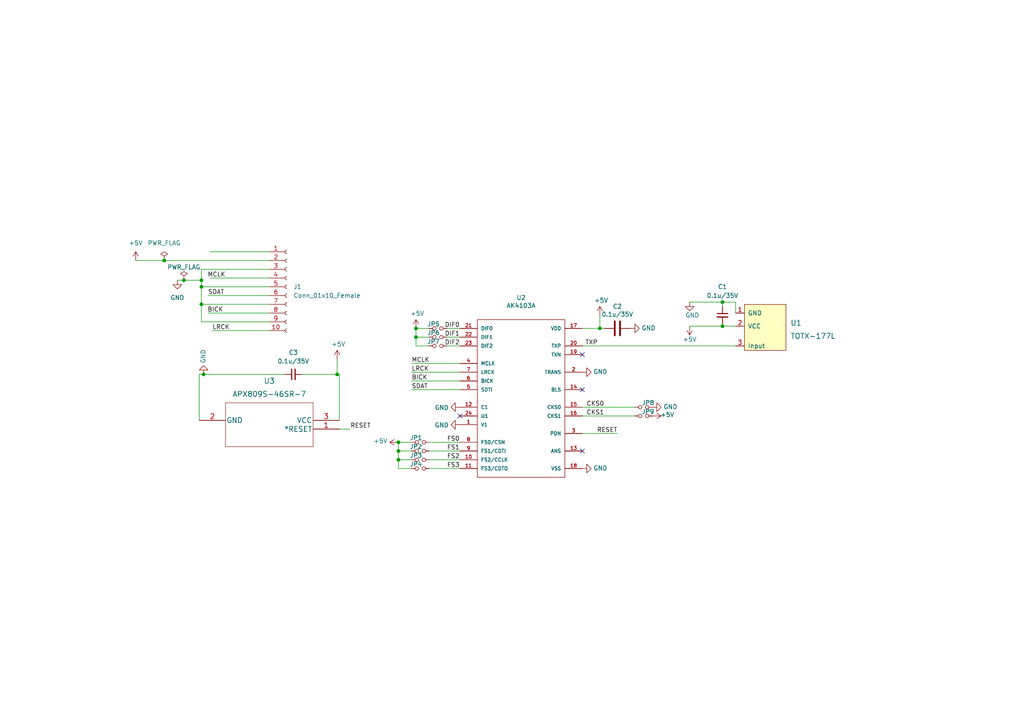
<source format=kicad_sch>
(kicad_sch (version 20211123) (generator eeschema)

  (uuid e63e39d7-6ac0-4ffd-8aa3-1841a4541b55)

  (paper "A4")

  (lib_symbols
    (symbol "APX809S:APX809S-46SR-7" (pin_names (offset 0.254)) (in_bom yes) (on_board yes)
      (property "Reference" "U" (id 0) (at 20.32 10.16 0)
        (effects (font (size 1.524 1.524)))
      )
      (property "Value" "APX809S-46SR-7" (id 1) (at 20.32 7.62 0)
        (effects (font (size 1.524 1.524)))
      )
      (property "Footprint" "APX809S:APX809S-46SA-7" (id 2) (at 20.32 6.096 0)
        (effects (font (size 1.524 1.524)) hide)
      )
      (property "Datasheet" "" (id 3) (at 0 0 0)
        (effects (font (size 1.524 1.524)))
      )
      (property "ki_fp_filters" "SOT23_DIO SOT23_DIO-M SOT23_DIO-L" (id 4) (at 0 0 0)
        (effects (font (size 1.27 1.27)) hide)
      )
      (symbol "APX809S-46SR-7_1_1"
        (polyline
          (pts
            (xy 7.62 -7.62)
            (xy 33.02 -7.62)
          )
          (stroke (width 0.127) (type default) (color 0 0 0 0))
          (fill (type none))
        )
        (polyline
          (pts
            (xy 7.62 5.08)
            (xy 7.62 -7.62)
          )
          (stroke (width 0.127) (type default) (color 0 0 0 0))
          (fill (type none))
        )
        (polyline
          (pts
            (xy 33.02 -7.62)
            (xy 33.02 5.08)
          )
          (stroke (width 0.127) (type default) (color 0 0 0 0))
          (fill (type none))
        )
        (polyline
          (pts
            (xy 33.02 5.08)
            (xy 7.62 5.08)
          )
          (stroke (width 0.127) (type default) (color 0 0 0 0))
          (fill (type none))
        )
        (pin output line (at 40.64 -2.54 180) (length 7.62)
          (name "*RESET" (effects (font (size 1.4986 1.4986))))
          (number "1" (effects (font (size 1.4986 1.4986))))
        )
        (pin power_in line (at 0 0 0) (length 7.62)
          (name "GND" (effects (font (size 1.4986 1.4986))))
          (number "2" (effects (font (size 1.4986 1.4986))))
        )
        (pin power_in line (at 40.64 0 180) (length 7.62)
          (name "VCC" (effects (font (size 1.4986 1.4986))))
          (number "3" (effects (font (size 1.4986 1.4986))))
        )
      )
    )
    (symbol "Connector:Conn_01x10_Female" (pin_names (offset 1.016) hide) (in_bom yes) (on_board yes)
      (property "Reference" "J" (id 0) (at 0 12.7 0)
        (effects (font (size 1.27 1.27)))
      )
      (property "Value" "Conn_01x10_Female" (id 1) (at 0 -15.24 0)
        (effects (font (size 1.27 1.27)))
      )
      (property "Footprint" "" (id 2) (at 0 0 0)
        (effects (font (size 1.27 1.27)) hide)
      )
      (property "Datasheet" "~" (id 3) (at 0 0 0)
        (effects (font (size 1.27 1.27)) hide)
      )
      (property "ki_keywords" "connector" (id 4) (at 0 0 0)
        (effects (font (size 1.27 1.27)) hide)
      )
      (property "ki_description" "Generic connector, single row, 01x10, script generated (kicad-library-utils/schlib/autogen/connector/)" (id 5) (at 0 0 0)
        (effects (font (size 1.27 1.27)) hide)
      )
      (property "ki_fp_filters" "Connector*:*_1x??_*" (id 6) (at 0 0 0)
        (effects (font (size 1.27 1.27)) hide)
      )
      (symbol "Conn_01x10_Female_1_1"
        (arc (start 0 -12.192) (mid -0.508 -12.7) (end 0 -13.208)
          (stroke (width 0.1524) (type default) (color 0 0 0 0))
          (fill (type none))
        )
        (arc (start 0 -9.652) (mid -0.508 -10.16) (end 0 -10.668)
          (stroke (width 0.1524) (type default) (color 0 0 0 0))
          (fill (type none))
        )
        (arc (start 0 -7.112) (mid -0.508 -7.62) (end 0 -8.128)
          (stroke (width 0.1524) (type default) (color 0 0 0 0))
          (fill (type none))
        )
        (arc (start 0 -4.572) (mid -0.508 -5.08) (end 0 -5.588)
          (stroke (width 0.1524) (type default) (color 0 0 0 0))
          (fill (type none))
        )
        (arc (start 0 -2.032) (mid -0.508 -2.54) (end 0 -3.048)
          (stroke (width 0.1524) (type default) (color 0 0 0 0))
          (fill (type none))
        )
        (polyline
          (pts
            (xy -1.27 -12.7)
            (xy -0.508 -12.7)
          )
          (stroke (width 0.1524) (type default) (color 0 0 0 0))
          (fill (type none))
        )
        (polyline
          (pts
            (xy -1.27 -10.16)
            (xy -0.508 -10.16)
          )
          (stroke (width 0.1524) (type default) (color 0 0 0 0))
          (fill (type none))
        )
        (polyline
          (pts
            (xy -1.27 -7.62)
            (xy -0.508 -7.62)
          )
          (stroke (width 0.1524) (type default) (color 0 0 0 0))
          (fill (type none))
        )
        (polyline
          (pts
            (xy -1.27 -5.08)
            (xy -0.508 -5.08)
          )
          (stroke (width 0.1524) (type default) (color 0 0 0 0))
          (fill (type none))
        )
        (polyline
          (pts
            (xy -1.27 -2.54)
            (xy -0.508 -2.54)
          )
          (stroke (width 0.1524) (type default) (color 0 0 0 0))
          (fill (type none))
        )
        (polyline
          (pts
            (xy -1.27 0)
            (xy -0.508 0)
          )
          (stroke (width 0.1524) (type default) (color 0 0 0 0))
          (fill (type none))
        )
        (polyline
          (pts
            (xy -1.27 2.54)
            (xy -0.508 2.54)
          )
          (stroke (width 0.1524) (type default) (color 0 0 0 0))
          (fill (type none))
        )
        (polyline
          (pts
            (xy -1.27 5.08)
            (xy -0.508 5.08)
          )
          (stroke (width 0.1524) (type default) (color 0 0 0 0))
          (fill (type none))
        )
        (polyline
          (pts
            (xy -1.27 7.62)
            (xy -0.508 7.62)
          )
          (stroke (width 0.1524) (type default) (color 0 0 0 0))
          (fill (type none))
        )
        (polyline
          (pts
            (xy -1.27 10.16)
            (xy -0.508 10.16)
          )
          (stroke (width 0.1524) (type default) (color 0 0 0 0))
          (fill (type none))
        )
        (arc (start 0 0.508) (mid -0.508 0) (end 0 -0.508)
          (stroke (width 0.1524) (type default) (color 0 0 0 0))
          (fill (type none))
        )
        (arc (start 0 3.048) (mid -0.508 2.54) (end 0 2.032)
          (stroke (width 0.1524) (type default) (color 0 0 0 0))
          (fill (type none))
        )
        (arc (start 0 5.588) (mid -0.508 5.08) (end 0 4.572)
          (stroke (width 0.1524) (type default) (color 0 0 0 0))
          (fill (type none))
        )
        (arc (start 0 8.128) (mid -0.508 7.62) (end 0 7.112)
          (stroke (width 0.1524) (type default) (color 0 0 0 0))
          (fill (type none))
        )
        (arc (start 0 10.668) (mid -0.508 10.16) (end 0 9.652)
          (stroke (width 0.1524) (type default) (color 0 0 0 0))
          (fill (type none))
        )
        (pin passive line (at -5.08 10.16 0) (length 3.81)
          (name "Pin_1" (effects (font (size 1.27 1.27))))
          (number "1" (effects (font (size 1.27 1.27))))
        )
        (pin passive line (at -5.08 -12.7 0) (length 3.81)
          (name "Pin_10" (effects (font (size 1.27 1.27))))
          (number "10" (effects (font (size 1.27 1.27))))
        )
        (pin passive line (at -5.08 7.62 0) (length 3.81)
          (name "Pin_2" (effects (font (size 1.27 1.27))))
          (number "2" (effects (font (size 1.27 1.27))))
        )
        (pin passive line (at -5.08 5.08 0) (length 3.81)
          (name "Pin_3" (effects (font (size 1.27 1.27))))
          (number "3" (effects (font (size 1.27 1.27))))
        )
        (pin passive line (at -5.08 2.54 0) (length 3.81)
          (name "Pin_4" (effects (font (size 1.27 1.27))))
          (number "4" (effects (font (size 1.27 1.27))))
        )
        (pin passive line (at -5.08 0 0) (length 3.81)
          (name "Pin_5" (effects (font (size 1.27 1.27))))
          (number "5" (effects (font (size 1.27 1.27))))
        )
        (pin passive line (at -5.08 -2.54 0) (length 3.81)
          (name "Pin_6" (effects (font (size 1.27 1.27))))
          (number "6" (effects (font (size 1.27 1.27))))
        )
        (pin passive line (at -5.08 -5.08 0) (length 3.81)
          (name "Pin_7" (effects (font (size 1.27 1.27))))
          (number "7" (effects (font (size 1.27 1.27))))
        )
        (pin passive line (at -5.08 -7.62 0) (length 3.81)
          (name "Pin_8" (effects (font (size 1.27 1.27))))
          (number "8" (effects (font (size 1.27 1.27))))
        )
        (pin passive line (at -5.08 -10.16 0) (length 3.81)
          (name "Pin_9" (effects (font (size 1.27 1.27))))
          (number "9" (effects (font (size 1.27 1.27))))
        )
      )
    )
    (symbol "Device:C" (pin_numbers hide) (pin_names (offset 0.254)) (in_bom yes) (on_board yes)
      (property "Reference" "C" (id 0) (at 0.635 2.54 0)
        (effects (font (size 1.27 1.27)) (justify left))
      )
      (property "Value" "C" (id 1) (at 0.635 -2.54 0)
        (effects (font (size 1.27 1.27)) (justify left))
      )
      (property "Footprint" "" (id 2) (at 0.9652 -3.81 0)
        (effects (font (size 1.27 1.27)) hide)
      )
      (property "Datasheet" "~" (id 3) (at 0 0 0)
        (effects (font (size 1.27 1.27)) hide)
      )
      (property "ki_keywords" "cap capacitor" (id 4) (at 0 0 0)
        (effects (font (size 1.27 1.27)) hide)
      )
      (property "ki_description" "Unpolarized capacitor" (id 5) (at 0 0 0)
        (effects (font (size 1.27 1.27)) hide)
      )
      (property "ki_fp_filters" "C_*" (id 6) (at 0 0 0)
        (effects (font (size 1.27 1.27)) hide)
      )
      (symbol "C_0_1"
        (polyline
          (pts
            (xy -2.032 -0.762)
            (xy 2.032 -0.762)
          )
          (stroke (width 0.508) (type default) (color 0 0 0 0))
          (fill (type none))
        )
        (polyline
          (pts
            (xy -2.032 0.762)
            (xy 2.032 0.762)
          )
          (stroke (width 0.508) (type default) (color 0 0 0 0))
          (fill (type none))
        )
      )
      (symbol "C_1_1"
        (pin passive line (at 0 3.81 270) (length 2.794)
          (name "~" (effects (font (size 1.27 1.27))))
          (number "1" (effects (font (size 1.27 1.27))))
        )
        (pin passive line (at 0 -3.81 90) (length 2.794)
          (name "~" (effects (font (size 1.27 1.27))))
          (number "2" (effects (font (size 1.27 1.27))))
        )
      )
    )
    (symbol "Device:C_Small" (pin_numbers hide) (pin_names (offset 0.254) hide) (in_bom yes) (on_board yes)
      (property "Reference" "C" (id 0) (at 0.254 1.778 0)
        (effects (font (size 1.27 1.27)) (justify left))
      )
      (property "Value" "C_Small" (id 1) (at 0.254 -2.032 0)
        (effects (font (size 1.27 1.27)) (justify left))
      )
      (property "Footprint" "" (id 2) (at 0 0 0)
        (effects (font (size 1.27 1.27)) hide)
      )
      (property "Datasheet" "~" (id 3) (at 0 0 0)
        (effects (font (size 1.27 1.27)) hide)
      )
      (property "ki_keywords" "capacitor cap" (id 4) (at 0 0 0)
        (effects (font (size 1.27 1.27)) hide)
      )
      (property "ki_description" "Unpolarized capacitor, small symbol" (id 5) (at 0 0 0)
        (effects (font (size 1.27 1.27)) hide)
      )
      (property "ki_fp_filters" "C_*" (id 6) (at 0 0 0)
        (effects (font (size 1.27 1.27)) hide)
      )
      (symbol "C_Small_0_1"
        (polyline
          (pts
            (xy -1.524 -0.508)
            (xy 1.524 -0.508)
          )
          (stroke (width 0.3302) (type default) (color 0 0 0 0))
          (fill (type none))
        )
        (polyline
          (pts
            (xy -1.524 0.508)
            (xy 1.524 0.508)
          )
          (stroke (width 0.3048) (type default) (color 0 0 0 0))
          (fill (type none))
        )
      )
      (symbol "C_Small_1_1"
        (pin passive line (at 0 2.54 270) (length 2.032)
          (name "~" (effects (font (size 1.27 1.27))))
          (number "1" (effects (font (size 1.27 1.27))))
        )
        (pin passive line (at 0 -2.54 90) (length 2.032)
          (name "~" (effects (font (size 1.27 1.27))))
          (number "2" (effects (font (size 1.27 1.27))))
        )
      )
    )
    (symbol "Device:Jumper_NO_Small" (pin_numbers hide) (pin_names (offset 0.762) hide) (in_bom yes) (on_board yes)
      (property "Reference" "JP" (id 0) (at 0 2.032 0)
        (effects (font (size 1.27 1.27)))
      )
      (property "Value" "Jumper_NO_Small" (id 1) (at 0.254 -1.524 0)
        (effects (font (size 1.27 1.27)))
      )
      (property "Footprint" "" (id 2) (at 0 0 0)
        (effects (font (size 1.27 1.27)) hide)
      )
      (property "Datasheet" "~" (id 3) (at 0 0 0)
        (effects (font (size 1.27 1.27)) hide)
      )
      (property "ki_keywords" "jumper link bridge NO" (id 4) (at 0 0 0)
        (effects (font (size 1.27 1.27)) hide)
      )
      (property "ki_description" "Jumper, normally open, small symbol" (id 5) (at 0 0 0)
        (effects (font (size 1.27 1.27)) hide)
      )
      (property "ki_fp_filters" "SolderJumper*Open* Jumper* TestPoint*2Pads* TestPoint*Bridge*" (id 6) (at 0 0 0)
        (effects (font (size 1.27 1.27)) hide)
      )
      (symbol "Jumper_NO_Small_0_1"
        (circle (center -1.016 0) (radius 0.508)
          (stroke (width 0) (type default) (color 0 0 0 0))
          (fill (type none))
        )
        (circle (center 1.016 0) (radius 0.508)
          (stroke (width 0) (type default) (color 0 0 0 0))
          (fill (type none))
        )
        (pin passive line (at -2.54 0 0) (length 1.016)
          (name "1" (effects (font (size 1.27 1.27))))
          (number "1" (effects (font (size 1.27 1.27))))
        )
        (pin passive line (at 2.54 0 180) (length 1.016)
          (name "2" (effects (font (size 1.27 1.27))))
          (number "2" (effects (font (size 1.27 1.27))))
        )
      )
    )
    (symbol "akm:AK4103A" (pin_names (offset 1.016)) (in_bom yes) (on_board yes)
      (property "Reference" "U" (id 0) (at -12.7 21.59 0)
        (effects (font (size 1.27 1.27)) (justify left bottom))
      )
      (property "Value" "AK4103A" (id 1) (at -12.7 -27.94 0)
        (effects (font (size 1.27 1.27)) (justify left bottom))
      )
      (property "Footprint" "Package_SO:TSSOP-24_6.1x7.8mm_P0.65mm" (id 2) (at 0 3.81 0)
        (effects (font (size 1.27 1.27)) hide)
      )
      (property "Datasheet" "" (id 3) (at 0 0 0)
        (effects (font (size 1.27 1.27)) hide)
      )
      (symbol "AK4103A_1_0"
        (polyline
          (pts
            (xy -12.7 -25.4)
            (xy -12.7 20.32)
          )
          (stroke (width 0) (type default) (color 0 0 0 0))
          (fill (type none))
        )
        (polyline
          (pts
            (xy -12.7 20.32)
            (xy 12.7 20.32)
          )
          (stroke (width 0) (type default) (color 0 0 0 0))
          (fill (type none))
        )
        (polyline
          (pts
            (xy 12.7 -25.4)
            (xy -12.7 -25.4)
          )
          (stroke (width 0) (type default) (color 0 0 0 0))
          (fill (type none))
        )
        (polyline
          (pts
            (xy 12.7 20.32)
            (xy 12.7 -25.4)
          )
          (stroke (width 0) (type default) (color 0 0 0 0))
          (fill (type none))
        )
      )
      (symbol "AK4103A_1_1"
        (pin input line (at -17.78 -10.16 0) (length 5.08)
          (name "V1" (effects (font (size 1.016 1.016))))
          (number "1" (effects (font (size 1.016 1.016))))
        )
        (pin bidirectional line (at -17.78 -20.32 0) (length 5.08)
          (name "FS2/CCLK" (effects (font (size 1.016 1.016))))
          (number "10" (effects (font (size 1.016 1.016))))
        )
        (pin bidirectional line (at -17.78 -22.86 0) (length 5.08)
          (name "FS3/CDTO" (effects (font (size 1.016 1.016))))
          (number "11" (effects (font (size 1.016 1.016))))
        )
        (pin input line (at -17.78 -5.08 0) (length 5.08)
          (name "C1" (effects (font (size 1.016 1.016))))
          (number "12" (effects (font (size 1.016 1.016))))
        )
        (pin bidirectional line (at 17.78 -17.78 180) (length 5.08)
          (name "ANS" (effects (font (size 1.016 1.016))))
          (number "13" (effects (font (size 1.016 1.016))))
        )
        (pin bidirectional line (at 17.78 0 180) (length 5.08)
          (name "BLS" (effects (font (size 1.016 1.016))))
          (number "14" (effects (font (size 1.016 1.016))))
        )
        (pin input line (at 17.78 -5.08 180) (length 5.08)
          (name "CKS0" (effects (font (size 1.016 1.016))))
          (number "15" (effects (font (size 1.016 1.016))))
        )
        (pin input line (at 17.78 -7.62 180) (length 5.08)
          (name "CKS1" (effects (font (size 1.016 1.016))))
          (number "16" (effects (font (size 1.016 1.016))))
        )
        (pin bidirectional line (at 17.78 17.78 180) (length 5.08)
          (name "VDD" (effects (font (size 1.016 1.016))))
          (number "17" (effects (font (size 1.016 1.016))))
        )
        (pin bidirectional line (at 17.78 -22.86 180) (length 5.08)
          (name "VSS" (effects (font (size 1.016 1.016))))
          (number "18" (effects (font (size 1.016 1.016))))
        )
        (pin output line (at 17.78 10.16 180) (length 5.08)
          (name "TXN" (effects (font (size 1.016 1.016))))
          (number "19" (effects (font (size 1.016 1.016))))
        )
        (pin input line (at 17.78 5.08 180) (length 5.08)
          (name "TRANS" (effects (font (size 1.016 1.016))))
          (number "2" (effects (font (size 1.016 1.016))))
        )
        (pin output line (at 17.78 12.7 180) (length 5.08)
          (name "TXP" (effects (font (size 1.016 1.016))))
          (number "20" (effects (font (size 1.016 1.016))))
        )
        (pin input line (at -17.78 17.78 0) (length 5.08)
          (name "DIF0" (effects (font (size 1.016 1.016))))
          (number "21" (effects (font (size 1.016 1.016))))
        )
        (pin input line (at -17.78 15.24 0) (length 5.08)
          (name "DIF1" (effects (font (size 1.016 1.016))))
          (number "22" (effects (font (size 1.016 1.016))))
        )
        (pin input line (at -17.78 12.7 0) (length 5.08)
          (name "DIF2" (effects (font (size 1.016 1.016))))
          (number "23" (effects (font (size 1.016 1.016))))
        )
        (pin input line (at -17.78 -7.62 0) (length 5.08)
          (name "U1" (effects (font (size 1.016 1.016))))
          (number "24" (effects (font (size 1.016 1.016))))
        )
        (pin input line (at 17.78 -12.7 180) (length 5.08)
          (name "PDN" (effects (font (size 1.016 1.016))))
          (number "3" (effects (font (size 1.016 1.016))))
        )
        (pin input line (at -17.78 7.62 0) (length 5.08)
          (name "MCLK" (effects (font (size 1.016 1.016))))
          (number "4" (effects (font (size 1.016 1.016))))
        )
        (pin input line (at -17.78 0 0) (length 5.08)
          (name "SDTI" (effects (font (size 1.016 1.016))))
          (number "5" (effects (font (size 1.016 1.016))))
        )
        (pin bidirectional line (at -17.78 2.54 0) (length 5.08)
          (name "BICK" (effects (font (size 1.016 1.016))))
          (number "6" (effects (font (size 1.016 1.016))))
        )
        (pin bidirectional line (at -17.78 5.08 0) (length 5.08)
          (name "LRCK" (effects (font (size 1.016 1.016))))
          (number "7" (effects (font (size 1.016 1.016))))
        )
        (pin bidirectional line (at -17.78 -15.24 0) (length 5.08)
          (name "FS0/CSN" (effects (font (size 1.016 1.016))))
          (number "8" (effects (font (size 1.016 1.016))))
        )
        (pin bidirectional line (at -17.78 -17.78 0) (length 5.08)
          (name "FS1/CDTI" (effects (font (size 1.016 1.016))))
          (number "9" (effects (font (size 1.016 1.016))))
        )
      )
    )
    (symbol "power:+5V" (power) (pin_names (offset 0)) (in_bom yes) (on_board yes)
      (property "Reference" "#PWR" (id 0) (at 0 -3.81 0)
        (effects (font (size 1.27 1.27)) hide)
      )
      (property "Value" "+5V" (id 1) (at 0 3.556 0)
        (effects (font (size 1.27 1.27)))
      )
      (property "Footprint" "" (id 2) (at 0 0 0)
        (effects (font (size 1.27 1.27)) hide)
      )
      (property "Datasheet" "" (id 3) (at 0 0 0)
        (effects (font (size 1.27 1.27)) hide)
      )
      (property "ki_keywords" "power-flag" (id 4) (at 0 0 0)
        (effects (font (size 1.27 1.27)) hide)
      )
      (property "ki_description" "Power symbol creates a global label with name \"+5V\"" (id 5) (at 0 0 0)
        (effects (font (size 1.27 1.27)) hide)
      )
      (symbol "+5V_0_1"
        (polyline
          (pts
            (xy -0.762 1.27)
            (xy 0 2.54)
          )
          (stroke (width 0) (type default) (color 0 0 0 0))
          (fill (type none))
        )
        (polyline
          (pts
            (xy 0 0)
            (xy 0 2.54)
          )
          (stroke (width 0) (type default) (color 0 0 0 0))
          (fill (type none))
        )
        (polyline
          (pts
            (xy 0 2.54)
            (xy 0.762 1.27)
          )
          (stroke (width 0) (type default) (color 0 0 0 0))
          (fill (type none))
        )
      )
      (symbol "+5V_1_1"
        (pin power_in line (at 0 0 90) (length 0) hide
          (name "+5V" (effects (font (size 1.27 1.27))))
          (number "1" (effects (font (size 1.27 1.27))))
        )
      )
    )
    (symbol "power:GND" (power) (pin_names (offset 0)) (in_bom yes) (on_board yes)
      (property "Reference" "#PWR" (id 0) (at 0 -6.35 0)
        (effects (font (size 1.27 1.27)) hide)
      )
      (property "Value" "GND" (id 1) (at 0 -3.81 0)
        (effects (font (size 1.27 1.27)))
      )
      (property "Footprint" "" (id 2) (at 0 0 0)
        (effects (font (size 1.27 1.27)) hide)
      )
      (property "Datasheet" "" (id 3) (at 0 0 0)
        (effects (font (size 1.27 1.27)) hide)
      )
      (property "ki_keywords" "power-flag" (id 4) (at 0 0 0)
        (effects (font (size 1.27 1.27)) hide)
      )
      (property "ki_description" "Power symbol creates a global label with name \"GND\" , ground" (id 5) (at 0 0 0)
        (effects (font (size 1.27 1.27)) hide)
      )
      (symbol "GND_0_1"
        (polyline
          (pts
            (xy 0 0)
            (xy 0 -1.27)
            (xy 1.27 -1.27)
            (xy 0 -2.54)
            (xy -1.27 -1.27)
            (xy 0 -1.27)
          )
          (stroke (width 0) (type default) (color 0 0 0 0))
          (fill (type none))
        )
      )
      (symbol "GND_1_1"
        (pin power_in line (at 0 0 270) (length 0) hide
          (name "GND" (effects (font (size 1.27 1.27))))
          (number "1" (effects (font (size 1.27 1.27))))
        )
      )
    )
    (symbol "power:PWR_FLAG" (power) (pin_numbers hide) (pin_names (offset 0) hide) (in_bom yes) (on_board yes)
      (property "Reference" "#FLG" (id 0) (at 0 1.905 0)
        (effects (font (size 1.27 1.27)) hide)
      )
      (property "Value" "PWR_FLAG" (id 1) (at 0 3.81 0)
        (effects (font (size 1.27 1.27)))
      )
      (property "Footprint" "" (id 2) (at 0 0 0)
        (effects (font (size 1.27 1.27)) hide)
      )
      (property "Datasheet" "~" (id 3) (at 0 0 0)
        (effects (font (size 1.27 1.27)) hide)
      )
      (property "ki_keywords" "power-flag" (id 4) (at 0 0 0)
        (effects (font (size 1.27 1.27)) hide)
      )
      (property "ki_description" "Special symbol for telling ERC where power comes from" (id 5) (at 0 0 0)
        (effects (font (size 1.27 1.27)) hide)
      )
      (symbol "PWR_FLAG_0_0"
        (pin power_out line (at 0 0 90) (length 0)
          (name "pwr" (effects (font (size 1.27 1.27))))
          (number "1" (effects (font (size 1.27 1.27))))
        )
      )
      (symbol "PWR_FLAG_0_1"
        (polyline
          (pts
            (xy 0 0)
            (xy 0 1.27)
            (xy -1.016 1.905)
            (xy 0 2.54)
            (xy 1.016 1.905)
            (xy 0 1.27)
          )
          (stroke (width 0) (type default) (color 0 0 0 0))
          (fill (type none))
        )
      )
    )
    (symbol "selfmade:totx177" (pin_names (offset 1.016)) (in_bom yes) (on_board yes)
      (property "Reference" "U" (id 0) (at -1.27 5.08 0)
        (effects (font (size 1.524 1.524)))
      )
      (property "Value" "totx177" (id 1) (at -4.445 -0.635 90)
        (effects (font (size 1.524 1.524)))
      )
      (property "Footprint" "footprints:Toshiba_TOTX177" (id 2) (at -1.27 1.905 0)
        (effects (font (size 1.524 1.524)) hide)
      )
      (property "Datasheet" "" (id 3) (at -1.27 1.905 0)
        (effects (font (size 1.524 1.524)) hide)
      )
      (symbol "totx177_0_1"
        (rectangle (start -5.715 5.715) (end 6.35 -7.62)
          (stroke (width 0) (type default) (color 0 0 0 0))
          (fill (type background))
        )
      )
      (symbol "totx177_1_1"
        (pin input line (at 8.89 3.175 180) (length 2.54)
          (name "GND" (effects (font (size 1.27 1.27))))
          (number "1" (effects (font (size 1.27 1.27))))
        )
        (pin input line (at 8.89 -0.635 180) (length 2.54)
          (name "VCC" (effects (font (size 1.27 1.27))))
          (number "2" (effects (font (size 1.27 1.27))))
        )
        (pin input line (at 8.89 -6.35 180) (length 2.54)
          (name "Input" (effects (font (size 1.27 1.27))))
          (number "3" (effects (font (size 1.27 1.27))))
        )
      )
    )
  )

  (junction (at 173.99 95.25) (diameter 0) (color 0 0 0 0)
    (uuid 08a7c925-7fae-4530-b0c9-120e185cb318)
  )
  (junction (at 58.42 88.265) (diameter 0) (color 0 0 0 0)
    (uuid 1416f46f-efcf-4c99-81af-d39cf81f2652)
  )
  (junction (at 209.55 87.63) (diameter 0) (color 0 0 0 0)
    (uuid 1c28384a-8c83-41cd-adf0-1b94e2269d34)
  )
  (junction (at 47.625 75.565) (diameter 0) (color 0 0 0 0)
    (uuid 33cf8393-12ad-4d32-b046-a9f92b419cdb)
  )
  (junction (at 58.42 81.28) (diameter 0) (color 0 0 0 0)
    (uuid 38c40dcc-c1da-4f6f-a147-01497313c7b0)
  )
  (junction (at 115.57 128.27) (diameter 0) (color 0 0 0 0)
    (uuid 673a003e-8db1-4940-9bbe-8d3171dc63d8)
  )
  (junction (at 115.57 130.81) (diameter 0) (color 0 0 0 0)
    (uuid 6fc498e9-dbdc-4b6e-837d-f01c622fed1a)
  )
  (junction (at 97.79 108.585) (diameter 0) (color 0 0 0 0)
    (uuid 7abde92a-1f9c-4fef-907e-b4a91016ec1c)
  )
  (junction (at 53.34 81.28) (diameter 0) (color 0 0 0 0)
    (uuid 90b5a430-ba57-43ad-a0e2-496170af0c4f)
  )
  (junction (at 59.055 108.585) (diameter 0) (color 0 0 0 0)
    (uuid ad5f1fcf-0f14-41b5-84fc-bb6a19958f8b)
  )
  (junction (at 58.42 83.185) (diameter 0) (color 0 0 0 0)
    (uuid ad8c2a20-27d0-4e2a-aabf-44a509bf342a)
  )
  (junction (at 115.57 133.35) (diameter 0) (color 0 0 0 0)
    (uuid c6880c0d-0077-4507-8ecc-40eabad18077)
  )
  (junction (at 120.65 95.25) (diameter 0) (color 0 0 0 0)
    (uuid c7d97c99-d8ff-449b-bbe4-3900855c128c)
  )
  (junction (at 120.65 97.79) (diameter 0) (color 0 0 0 0)
    (uuid c85aa48a-0fb9-424f-ae93-af15bd84a4ff)
  )
  (junction (at 209.55 94.615) (diameter 0) (color 0 0 0 0)
    (uuid cee43032-87a2-41c2-bedd-2d90443c9c0c)
  )

  (no_connect (at 133.35 120.65) (uuid 53a9e473-5a4e-457b-a886-d97da566fa9d))
  (no_connect (at 168.91 113.03) (uuid c4c7714c-2833-4796-a64e-3123a2efd2b8))
  (no_connect (at 168.91 130.81) (uuid e0fa4cff-a57c-412c-9039-878a3e0b7e89))
  (no_connect (at 168.91 102.87) (uuid f9002227-a65a-4d68-9326-1468d9ee86dc))

  (wire (pts (xy 47.625 75.565) (xy 78.105 75.565))
    (stroke (width 0) (type default) (color 0 0 0 0))
    (uuid 098a8407-cb75-4379-a694-65a64d739020)
  )
  (wire (pts (xy 120.65 95.25) (xy 124.46 95.25))
    (stroke (width 0) (type solid) (color 0 0 0 0))
    (uuid 09a1bc1c-24a5-4740-a726-ca09cb8093cf)
  )
  (wire (pts (xy 60.96 73.025) (xy 78.105 73.025))
    (stroke (width 0) (type default) (color 0 0 0 0))
    (uuid 0fa42326-3fa2-4523-b403-e582e228b584)
  )
  (wire (pts (xy 115.57 128.27) (xy 119.38 128.27))
    (stroke (width 0) (type solid) (color 0 0 0 0))
    (uuid 12506e31-5301-40e4-86a3-8ddb4dd6e50e)
  )
  (wire (pts (xy 115.57 128.27) (xy 115.57 130.81))
    (stroke (width 0) (type solid) (color 0 0 0 0))
    (uuid 14a4f56f-3e70-4359-9171-1f40ebb9073e)
  )
  (wire (pts (xy 124.46 100.33) (xy 120.65 100.33))
    (stroke (width 0) (type solid) (color 0 0 0 0))
    (uuid 19c6f9cd-e6da-4423-a38e-e6e8c150c934)
  )
  (wire (pts (xy 120.65 95.25) (xy 120.65 97.79))
    (stroke (width 0) (type solid) (color 0 0 0 0))
    (uuid 1a20a2b0-fde6-4673-99eb-19326298f7a5)
  )
  (wire (pts (xy 51.435 81.28) (xy 53.34 81.28))
    (stroke (width 0) (type default) (color 0 0 0 0))
    (uuid 22312754-c8c2-4400-b598-394e06b2be81)
  )
  (wire (pts (xy 119.38 135.89) (xy 115.57 135.89))
    (stroke (width 0) (type solid) (color 0 0 0 0))
    (uuid 2497109f-64f5-4773-bcf3-90c5d9486de3)
  )
  (wire (pts (xy 129.54 97.79) (xy 133.35 97.79))
    (stroke (width 0) (type solid) (color 0 0 0 0))
    (uuid 2587dca7-27fa-4d50-b932-a58ad4dd7a0c)
  )
  (wire (pts (xy 129.54 95.25) (xy 133.35 95.25))
    (stroke (width 0) (type solid) (color 0 0 0 0))
    (uuid 299cfe36-b728-4a8c-b536-eafaea45f82f)
  )
  (wire (pts (xy 97.79 104.14) (xy 97.79 108.585))
    (stroke (width 0) (type default) (color 0 0 0 0))
    (uuid 3269dd3e-03e4-49a7-97c0-b5565dd67fc6)
  )
  (wire (pts (xy 213.36 87.63) (xy 209.55 87.63))
    (stroke (width 0) (type default) (color 0 0 0 0))
    (uuid 32fb6c3f-03d9-4125-a747-67d2a7c1c194)
  )
  (wire (pts (xy 200.025 87.63) (xy 209.55 87.63))
    (stroke (width 0) (type default) (color 0 0 0 0))
    (uuid 35dedb81-daf6-40f3-a1ce-999b43c57d4f)
  )
  (wire (pts (xy 58.42 83.185) (xy 58.42 88.265))
    (stroke (width 0) (type default) (color 0 0 0 0))
    (uuid 3eff8f32-349a-4846-b484-abdc036c7174)
  )
  (wire (pts (xy 213.36 87.63) (xy 213.36 90.805))
    (stroke (width 0) (type default) (color 0 0 0 0))
    (uuid 4071e098-7dce-43f8-81b8-467954d42c59)
  )
  (wire (pts (xy 124.46 133.35) (xy 133.35 133.35))
    (stroke (width 0) (type solid) (color 0 0 0 0))
    (uuid 467a36b8-cd50-4ff1-8fbd-c0df51e80731)
  )
  (wire (pts (xy 78.105 93.345) (xy 58.42 93.345))
    (stroke (width 0) (type default) (color 0 0 0 0))
    (uuid 532cb9ef-7fac-483b-aaf5-b83d764d0176)
  )
  (wire (pts (xy 184.15 118.11) (xy 168.91 118.11))
    (stroke (width 0) (type solid) (color 0 0 0 0))
    (uuid 55478eaa-c9a5-4e9c-8f87-112ddd5d14a2)
  )
  (wire (pts (xy 98.425 108.585) (xy 97.79 108.585))
    (stroke (width 0) (type default) (color 0 0 0 0))
    (uuid 60772d09-c1a2-4573-81cb-dbab70bc1bf6)
  )
  (wire (pts (xy 168.91 100.33) (xy 213.36 100.33))
    (stroke (width 0) (type default) (color 0 0 0 0))
    (uuid 61a7dc78-ecee-4b3c-84a9-1e84cbb0e1e2)
  )
  (wire (pts (xy 173.99 95.25) (xy 175.26 95.25))
    (stroke (width 0) (type solid) (color 0 0 0 0))
    (uuid 6284122b-79c3-4e04-925e-3d32cc3ec077)
  )
  (wire (pts (xy 119.38 110.49) (xy 133.35 110.49))
    (stroke (width 0) (type solid) (color 0 0 0 0))
    (uuid 6595b9c7-02ee-4647-bde5-6b566e35163e)
  )
  (wire (pts (xy 78.105 83.185) (xy 58.42 83.185))
    (stroke (width 0) (type default) (color 0 0 0 0))
    (uuid 666dc23c-d707-448f-841d-377a6e08a250)
  )
  (wire (pts (xy 173.99 91.44) (xy 173.99 95.25))
    (stroke (width 0) (type solid) (color 0 0 0 0))
    (uuid 67763d19-f622-4e1e-81e5-5b24da7c3f99)
  )
  (wire (pts (xy 115.57 133.35) (xy 115.57 130.81))
    (stroke (width 0) (type solid) (color 0 0 0 0))
    (uuid 6c26b129-ee7f-49e0-adb6-6c32ee6aeb9e)
  )
  (wire (pts (xy 59.055 108.585) (xy 82.55 108.585))
    (stroke (width 0) (type default) (color 0 0 0 0))
    (uuid 7887b2ad-f9c7-4c7d-bd3f-1fb4a7fb0c1d)
  )
  (wire (pts (xy 60.325 90.805) (xy 78.105 90.805))
    (stroke (width 0) (type default) (color 0 0 0 0))
    (uuid 79e1811e-908a-4ac6-a9ea-8cf4bbc9a51d)
  )
  (wire (pts (xy 98.425 121.92) (xy 98.425 108.585))
    (stroke (width 0) (type default) (color 0 0 0 0))
    (uuid 7ec5994a-f36f-4617-8a2e-47478097e3ab)
  )
  (wire (pts (xy 168.91 125.73) (xy 179.07 125.73))
    (stroke (width 0) (type solid) (color 0 0 0 0))
    (uuid 84e5506c-143e-495f-9aa4-d3a71622f213)
  )
  (wire (pts (xy 60.325 85.725) (xy 78.105 85.725))
    (stroke (width 0) (type default) (color 0 0 0 0))
    (uuid 92786ddd-53cc-4458-af25-eb5a2b46154e)
  )
  (wire (pts (xy 58.42 81.28) (xy 58.42 83.185))
    (stroke (width 0) (type default) (color 0 0 0 0))
    (uuid 9b26d003-7efb-405a-8332-1a189f9d4920)
  )
  (wire (pts (xy 124.46 135.89) (xy 133.35 135.89))
    (stroke (width 0) (type solid) (color 0 0 0 0))
    (uuid 9fa1233d-5743-44a9-a838-e6e62928489a)
  )
  (wire (pts (xy 39.37 75.565) (xy 47.625 75.565))
    (stroke (width 0) (type default) (color 0 0 0 0))
    (uuid a824d812-bec6-4789-8048-bc09d0c00386)
  )
  (wire (pts (xy 57.785 108.585) (xy 59.055 108.585))
    (stroke (width 0) (type default) (color 0 0 0 0))
    (uuid ab9050dc-c7c2-4de0-a0b5-95df5986feaf)
  )
  (wire (pts (xy 60.96 80.645) (xy 78.105 80.645))
    (stroke (width 0) (type default) (color 0 0 0 0))
    (uuid b09870ad-8985-4a1c-a7b1-3acb9a1b9282)
  )
  (wire (pts (xy 119.38 105.41) (xy 133.35 105.41))
    (stroke (width 0) (type solid) (color 0 0 0 0))
    (uuid b1c649b1-f44d-46c7-9dea-818e75a1b87e)
  )
  (wire (pts (xy 120.65 97.79) (xy 124.46 97.79))
    (stroke (width 0) (type solid) (color 0 0 0 0))
    (uuid b56d0c39-fe77-4265-829c-3c8be8072953)
  )
  (wire (pts (xy 119.38 113.03) (xy 133.35 113.03))
    (stroke (width 0) (type solid) (color 0 0 0 0))
    (uuid b7199d9b-bebb-4100-9ad3-c2bd31e21d65)
  )
  (wire (pts (xy 115.57 130.81) (xy 119.38 130.81))
    (stroke (width 0) (type solid) (color 0 0 0 0))
    (uuid b7dce427-9fdc-4136-9a43-856fd17bccfc)
  )
  (wire (pts (xy 124.46 130.81) (xy 133.35 130.81))
    (stroke (width 0) (type solid) (color 0 0 0 0))
    (uuid b98e69ad-8692-4d69-94cb-403056b2ac0b)
  )
  (wire (pts (xy 209.55 93.98) (xy 209.55 94.615))
    (stroke (width 0) (type default) (color 0 0 0 0))
    (uuid ba06aef6-a461-4287-8006-7fde5b509ac6)
  )
  (wire (pts (xy 184.15 120.65) (xy 168.91 120.65))
    (stroke (width 0) (type solid) (color 0 0 0 0))
    (uuid bc3c3c64-4178-4940-8471-367cbed13e11)
  )
  (wire (pts (xy 78.105 88.265) (xy 58.42 88.265))
    (stroke (width 0) (type default) (color 0 0 0 0))
    (uuid c1518dae-2aaf-4360-9028-98a626546353)
  )
  (wire (pts (xy 58.42 78.105) (xy 58.42 81.28))
    (stroke (width 0) (type default) (color 0 0 0 0))
    (uuid c25b90aa-c787-46a1-8b80-e5b9fd45039a)
  )
  (wire (pts (xy 58.42 88.265) (xy 58.42 93.345))
    (stroke (width 0) (type default) (color 0 0 0 0))
    (uuid c2a5cbbc-a316-4826-81b8-a34d52b5eb58)
  )
  (wire (pts (xy 209.55 94.615) (xy 213.36 94.615))
    (stroke (width 0) (type default) (color 0 0 0 0))
    (uuid c839dff4-5955-41b9-8c06-2075044f8f44)
  )
  (wire (pts (xy 115.57 135.89) (xy 115.57 133.35))
    (stroke (width 0) (type solid) (color 0 0 0 0))
    (uuid d0021c7c-5711-41c9-99f9-8ec2e4bdda22)
  )
  (wire (pts (xy 61.595 95.885) (xy 78.105 95.885))
    (stroke (width 0) (type default) (color 0 0 0 0))
    (uuid d1dfde70-d9fc-446f-93d2-31e0ac9baaa9)
  )
  (wire (pts (xy 57.785 121.92) (xy 57.785 108.585))
    (stroke (width 0) (type default) (color 0 0 0 0))
    (uuid d7b59b98-3ccf-44b7-89ce-2e2e6f1c102f)
  )
  (wire (pts (xy 200.025 94.615) (xy 209.55 94.615))
    (stroke (width 0) (type default) (color 0 0 0 0))
    (uuid dd337697-805c-45b0-bfb1-73e1887b606e)
  )
  (wire (pts (xy 58.42 78.105) (xy 78.105 78.105))
    (stroke (width 0) (type default) (color 0 0 0 0))
    (uuid e2743b78-cc59-458c-8fb0-4238f348a49f)
  )
  (wire (pts (xy 120.65 100.33) (xy 120.65 97.79))
    (stroke (width 0) (type solid) (color 0 0 0 0))
    (uuid e2cbdc31-2c52-4834-b025-7fbf8cdd4674)
  )
  (wire (pts (xy 97.79 108.585) (xy 87.63 108.585))
    (stroke (width 0) (type default) (color 0 0 0 0))
    (uuid e3395d4e-3710-49c6-bdcc-f3f7bef8ab69)
  )
  (wire (pts (xy 53.34 81.28) (xy 58.42 81.28))
    (stroke (width 0) (type default) (color 0 0 0 0))
    (uuid e5cddf81-8bb3-4c99-884c-c06998950842)
  )
  (wire (pts (xy 129.54 100.33) (xy 133.35 100.33))
    (stroke (width 0) (type solid) (color 0 0 0 0))
    (uuid e81db781-616c-40b4-a090-7e01a098fd8d)
  )
  (wire (pts (xy 101.6 124.46) (xy 98.425 124.46))
    (stroke (width 0) (type default) (color 0 0 0 0))
    (uuid f254bec8-12f7-4f2d-b7ab-89530350ed4b)
  )
  (wire (pts (xy 119.38 107.95) (xy 133.35 107.95))
    (stroke (width 0) (type solid) (color 0 0 0 0))
    (uuid f3628265-0155-43e2-a467-c40ff783e265)
  )
  (wire (pts (xy 168.91 95.25) (xy 173.99 95.25))
    (stroke (width 0) (type solid) (color 0 0 0 0))
    (uuid f40d350f-0d3e-4f8a-b004-d950f2f8f1ba)
  )
  (wire (pts (xy 124.46 128.27) (xy 133.35 128.27))
    (stroke (width 0) (type solid) (color 0 0 0 0))
    (uuid f70af89b-4315-4b84-9f98-27efd4475c35)
  )
  (wire (pts (xy 119.38 133.35) (xy 115.57 133.35))
    (stroke (width 0) (type solid) (color 0 0 0 0))
    (uuid f7baed06-ed2a-46e4-b513-0e5fd0ecf747)
  )
  (wire (pts (xy 209.55 87.63) (xy 209.55 88.9))
    (stroke (width 0) (type default) (color 0 0 0 0))
    (uuid fdeb079b-a5e3-48ff-a526-6b2bab2e7a24)
  )

  (label "CKS1" (at 175.26 120.65 180)
    (effects (font (size 1.27 1.27)) (justify right bottom))
    (uuid 05892fc5-42b9-4826-8c15-0f2f0e8b78c9)
  )
  (label "MCLK" (at 65.405 80.645 180)
    (effects (font (size 1.27 1.27)) (justify right bottom))
    (uuid 136ded61-8d97-4e47-931f-77369da3d9e2)
  )
  (label "BICK" (at 64.77 90.805 180)
    (effects (font (size 1.27 1.27)) (justify right bottom))
    (uuid 20deef19-f716-4500-976e-638ecbf64886)
  )
  (label "FS0" (at 133.35 128.27 180)
    (effects (font (size 1.27 1.27)) (justify right bottom))
    (uuid 33572393-098d-44fe-a3f2-150298640c59)
  )
  (label "DIF1" (at 133.35 97.79 180)
    (effects (font (size 1.27 1.27)) (justify right bottom))
    (uuid 37a32482-4705-4506-9cfb-1b442777669a)
  )
  (label "FS1" (at 133.35 130.81 180)
    (effects (font (size 1.27 1.27)) (justify right bottom))
    (uuid 37de7cc7-4cb0-4432-a5ea-de397d9ede40)
  )
  (label "TXP" (at 173.355 100.33 180)
    (effects (font (size 1.27 1.27)) (justify right bottom))
    (uuid 382ca670-6ae8-4de6-90f9-f241d1337171)
  )
  (label "FS2" (at 133.35 133.35 180)
    (effects (font (size 1.27 1.27)) (justify right bottom))
    (uuid 3fe2f89e-1c4d-4e60-b4d9-84ad581f2e35)
  )
  (label "FS3" (at 133.35 135.89 180)
    (effects (font (size 1.27 1.27)) (justify right bottom))
    (uuid 562b9692-9826-4aa1-8160-27a18623e176)
  )
  (label "RESET" (at 179.07 125.73 180)
    (effects (font (size 1.27 1.27)) (justify right bottom))
    (uuid 5cf2db29-f7ab-499a-9907-cdeba64bf0f3)
  )
  (label "RESET" (at 101.6 124.46 0)
    (effects (font (size 1.27 1.27)) (justify left bottom))
    (uuid 70d2ce44-f815-45de-b419-892e2aa0103e)
  )
  (label "MCLK" (at 119.38 105.41 0)
    (effects (font (size 1.27 1.27)) (justify left bottom))
    (uuid 7982b0aa-ef8e-47f9-a2a9-295924d921de)
  )
  (label "LRCK" (at 61.595 95.885 0)
    (effects (font (size 1.27 1.27)) (justify left bottom))
    (uuid 81de052a-45bb-4994-b66d-309f7191acc9)
  )
  (label "BICK" (at 119.38 110.49 0)
    (effects (font (size 1.27 1.27)) (justify left bottom))
    (uuid 9b3c58a7-a9b9-4498-abc0-f9f43e4f0292)
  )
  (label "DIF0" (at 133.35 95.25 180)
    (effects (font (size 1.27 1.27)) (justify right bottom))
    (uuid b0ccddf5-9c5a-4931-a6ea-9d069c524e31)
  )
  (label "LRCK" (at 119.38 107.95 0)
    (effects (font (size 1.27 1.27)) (justify left bottom))
    (uuid c094494a-f6f7-43fc-a007-4951484ddf3a)
  )
  (label "SDAT" (at 60.325 85.725 0)
    (effects (font (size 1.27 1.27)) (justify left bottom))
    (uuid cb5eb8e7-f7ba-4f62-8bfe-a6dd2b84605e)
  )
  (label "CKS0" (at 175.26 118.11 180)
    (effects (font (size 1.27 1.27)) (justify right bottom))
    (uuid dc462ec9-3501-428a-857a-b6fbd96ec577)
  )
  (label "DIF2" (at 133.35 100.33 180)
    (effects (font (size 1.27 1.27)) (justify right bottom))
    (uuid e02c25ea-1909-4ef1-a16c-3a3661950f0e)
  )
  (label "SDAT" (at 119.38 113.03 0)
    (effects (font (size 1.27 1.27)) (justify left bottom))
    (uuid e40e8cef-4fb0-4fc3-be09-3875b2cc8469)
  )

  (symbol (lib_id "Connector:Conn_01x10_Female") (at 83.185 83.185 0) (unit 1)
    (in_bom yes) (on_board yes) (fields_autoplaced)
    (uuid 01106a52-6b7d-40fd-b165-c927be1f6a1d)
    (property "Reference" "J1" (id 0) (at 85.09 83.1849 0)
      (effects (font (size 1.27 1.27)) (justify left))
    )
    (property "Value" "Conn_01x10_Female" (id 1) (at 85.09 85.7249 0)
      (effects (font (size 1.27 1.27)) (justify left))
    )
    (property "Footprint" "Connector_JST:JST_PH_B10B-PH-K_1x10_P2.00mm_Vertical" (id 2) (at 83.185 83.185 0)
      (effects (font (size 1.27 1.27)) hide)
    )
    (property "Datasheet" "~" (id 3) (at 83.185 83.185 0)
      (effects (font (size 1.27 1.27)) hide)
    )
    (pin "1" (uuid 37e43d63-cb41-40f8-97c4-4ee588727924))
    (pin "10" (uuid 9fb044e3-00d4-4901-9cd7-c364c152358f))
    (pin "2" (uuid 69cceaac-6f1b-4182-8e1c-91402953f92a))
    (pin "3" (uuid e96432f3-c6ee-4cdc-892b-eb9f8e5ebd05))
    (pin "4" (uuid 478afa34-e0e2-4584-885c-121c8a802996))
    (pin "5" (uuid 3785db90-bbe9-4018-bab6-3a4673f84f27))
    (pin "6" (uuid e8e23712-f080-4685-ae22-9028780f7b13))
    (pin "7" (uuid a65cad0c-0ef1-4ea5-a965-4eae7ac1f6af))
    (pin "8" (uuid 082621c8-b51d-48fd-937c-afceb255b94e))
    (pin "9" (uuid 728dda43-38f9-4d13-b2a9-59e599c86d99))
  )

  (symbol (lib_id "akm:AK4103A") (at 151.13 113.03 0) (unit 1)
    (in_bom yes) (on_board yes)
    (uuid 04debc0c-4080-4717-aef8-9a800102db0a)
    (property "Reference" "U2" (id 0) (at 151.13 86.3282 0))
    (property "Value" "AK4103A" (id 1) (at 151.13 88.6269 0))
    (property "Footprint" "Package_SO:TSSOP-24_6.1x7.8mm_P0.65mm" (id 2) (at 151.13 90.9256 0)
      (effects (font (size 1.27 1.27)) hide)
    )
    (property "Datasheet" "" (id 3) (at 151.13 113.03 0)
      (effects (font (size 1.27 1.27)) hide)
    )
    (pin "1" (uuid 7ac1ccc5-26c5-4b73-8425-7bbec927bf24))
    (pin "10" (uuid 26296271-780a-4da9-8e69-910d9240bca1))
    (pin "11" (uuid 1a7e7b16-fc7c-4e64-9ace-48cc78112437))
    (pin "12" (uuid 173fd4a7-b485-4e9d-8724-470865466784))
    (pin "13" (uuid 96ee9b8e-4543-4639-b9ea-44b8baaaf94e))
    (pin "14" (uuid bab3431c-ede6-417b-8033-763748a11a9f))
    (pin "15" (uuid 5f059fcf-8990-4db3-9058-7f232d9600e1))
    (pin "16" (uuid 6a25c4e1-7129-430c-892b-6eecb6ffdb47))
    (pin "17" (uuid d8f24303-7e52-49a9-9e82-8d60c3aaa009))
    (pin "18" (uuid fcb4f52a-a6cb-4ca0-970a-4c8a2c0f3942))
    (pin "19" (uuid a08c061a-7f5b-4909-b673-0d0a59a012a3))
    (pin "2" (uuid 6a1ae8ee-dea6-4015-b83e-baf8fcdfaf0f))
    (pin "20" (uuid 5cc7655c-62f2-43d2-a7a5-eaa4635dada8))
    (pin "21" (uuid 8efe6411-1919-4082-b5b8-393585e068c8))
    (pin "22" (uuid 4e7a230a-c1a4-4455-81ee-277835acf4a2))
    (pin "23" (uuid 2bbd6c26-4114-4518-8f4a-c6fdadc046b6))
    (pin "24" (uuid 51f5536d-48d2-4807-be44-93f427952b0e))
    (pin "3" (uuid fe4068b9-89da-4c59-ba51-b5949772f5d8))
    (pin "4" (uuid 92574e8a-729f-48de-afcb-97b4f5e826f8))
    (pin "5" (uuid b6924901-677d-424a-a3f4-52c8dd1fa5f5))
    (pin "6" (uuid 41ab46ed-40f5-461d-81aa-1f02dc069a49))
    (pin "7" (uuid d8d71ad3-6fd1-4a98-9c1f-70c4fbf3d1d1))
    (pin "8" (uuid 105d44ff-63b9-4299-9078-473af583971a))
    (pin "9" (uuid 341e67eb-d5e1-4cb7-9d11-5aa4ab832a2a))
  )

  (symbol (lib_id "Device:C_Small") (at 209.55 91.44 0) (mirror y) (unit 1)
    (in_bom yes) (on_board yes)
    (uuid 10cc2e51-50b0-4331-8e90-6b91463bc461)
    (property "Reference" "C1" (id 0) (at 209.55 83.185 0))
    (property "Value" "0.1u/35V" (id 1) (at 209.55 85.725 0))
    (property "Footprint" "Capacitor_SMD:C_0805_2012Metric_Pad1.18x1.45mm_HandSolder" (id 2) (at 209.55 91.44 0)
      (effects (font (size 1.27 1.27)) hide)
    )
    (property "Datasheet" "~" (id 3) (at 209.55 91.44 0)
      (effects (font (size 1.27 1.27)) hide)
    )
    (pin "1" (uuid a8e9d38d-d1dd-4ad6-a3a6-58692cada605))
    (pin "2" (uuid 017ec342-bf65-42fd-a9a0-81a794174c30))
  )

  (symbol (lib_id "power:GND") (at 182.88 95.25 90) (unit 1)
    (in_bom yes) (on_board yes)
    (uuid 1e00b6f0-ddd9-4ba1-9545-6bad63a72b18)
    (property "Reference" "#PWR0107" (id 0) (at 189.23 95.25 0)
      (effects (font (size 1.27 1.27)) hide)
    )
    (property "Value" "GND" (id 1) (at 186.0551 95.1357 90)
      (effects (font (size 1.27 1.27)) (justify right))
    )
    (property "Footprint" "" (id 2) (at 182.88 95.25 0)
      (effects (font (size 1.27 1.27)) hide)
    )
    (property "Datasheet" "" (id 3) (at 182.88 95.25 0)
      (effects (font (size 1.27 1.27)) hide)
    )
    (pin "1" (uuid 7d2422a2-6679-4b2f-b253-47eef0da2414))
  )

  (symbol (lib_id "Device:Jumper_NO_Small") (at 186.69 118.11 0) (mirror y) (unit 1)
    (in_bom yes) (on_board yes)
    (uuid 247e8880-b50c-4bac-a3ae-aa2cc94bbcf0)
    (property "Reference" "JP8" (id 0) (at 187.96 116.84 0))
    (property "Value" "Jumper_NO_Small" (id 1) (at 186.69 115.817 0)
      (effects (font (size 1.27 1.27)) hide)
    )
    (property "Footprint" "Capacitor_SMD:C_0402_1005Metric_Pad0.74x0.62mm_HandSolder" (id 2) (at 186.69 118.11 0)
      (effects (font (size 1.27 1.27)) hide)
    )
    (property "Datasheet" "~" (id 3) (at 186.69 118.11 0)
      (effects (font (size 1.27 1.27)) hide)
    )
    (pin "1" (uuid c82ebd1e-1733-40a9-9cdf-3586ac729e38))
    (pin "2" (uuid 38f266f8-7517-4870-bd78-754934e837ce))
  )

  (symbol (lib_id "power:GND") (at 168.91 107.95 90) (unit 1)
    (in_bom yes) (on_board yes)
    (uuid 286a2fe5-fa63-401e-8b5b-12f1d7182d49)
    (property "Reference" "#PWR0112" (id 0) (at 175.26 107.95 0)
      (effects (font (size 1.27 1.27)) hide)
    )
    (property "Value" "GND" (id 1) (at 172.0851 107.8357 90)
      (effects (font (size 1.27 1.27)) (justify right))
    )
    (property "Footprint" "" (id 2) (at 168.91 107.95 0)
      (effects (font (size 1.27 1.27)) hide)
    )
    (property "Datasheet" "" (id 3) (at 168.91 107.95 0)
      (effects (font (size 1.27 1.27)) hide)
    )
    (pin "1" (uuid 3273ec61-4a33-41c2-82bf-cde7c8587c1b))
  )

  (symbol (lib_id "Device:Jumper_NO_Small") (at 186.69 120.65 0) (mirror y) (unit 1)
    (in_bom yes) (on_board yes)
    (uuid 37543327-f55c-47a5-be4f-be3728d086ad)
    (property "Reference" "JP9" (id 0) (at 187.96 119.38 0))
    (property "Value" "Jumper_NO_Small" (id 1) (at 186.69 118.357 0)
      (effects (font (size 1.27 1.27)) hide)
    )
    (property "Footprint" "Capacitor_SMD:C_0402_1005Metric_Pad0.74x0.62mm_HandSolder" (id 2) (at 186.69 120.65 0)
      (effects (font (size 1.27 1.27)) hide)
    )
    (property "Datasheet" "~" (id 3) (at 186.69 120.65 0)
      (effects (font (size 1.27 1.27)) hide)
    )
    (pin "1" (uuid 9ee914d5-3551-4e48-9673-733fb972eb30))
    (pin "2" (uuid b4f722f5-9680-4262-ac24-3639311b5f26))
  )

  (symbol (lib_id "power:GND") (at 189.23 118.11 90) (unit 1)
    (in_bom yes) (on_board yes)
    (uuid 3c9eb7c4-6875-4e84-847c-62ce829fb4a6)
    (property "Reference" "#PWR0108" (id 0) (at 195.58 118.11 0)
      (effects (font (size 1.27 1.27)) hide)
    )
    (property "Value" "GND" (id 1) (at 192.4051 117.9957 90)
      (effects (font (size 1.27 1.27)) (justify right))
    )
    (property "Footprint" "" (id 2) (at 189.23 118.11 0)
      (effects (font (size 1.27 1.27)) hide)
    )
    (property "Datasheet" "" (id 3) (at 189.23 118.11 0)
      (effects (font (size 1.27 1.27)) hide)
    )
    (pin "1" (uuid 9ceaf39b-ca17-45e9-a987-4db44ca3aee0))
  )

  (symbol (lib_id "Device:Jumper_NO_Small") (at 121.92 135.89 0) (unit 1)
    (in_bom yes) (on_board yes)
    (uuid 403ba7e0-b5b1-4327-a5da-6174f6e31677)
    (property "Reference" "JP4" (id 0) (at 120.65 134.62 0))
    (property "Value" "Jumper_NO_Small" (id 1) (at 121.92 133.597 0)
      (effects (font (size 1.27 1.27)) hide)
    )
    (property "Footprint" "Capacitor_SMD:C_0402_1005Metric_Pad0.74x0.62mm_HandSolder" (id 2) (at 121.92 135.89 0)
      (effects (font (size 1.27 1.27)) hide)
    )
    (property "Datasheet" "~" (id 3) (at 121.92 135.89 0)
      (effects (font (size 1.27 1.27)) hide)
    )
    (pin "1" (uuid 94fa2225-eb5b-40a6-ac8f-24a5b07ece5c))
    (pin "2" (uuid 502ddedf-049b-4866-b23a-74aec83425f7))
  )

  (symbol (lib_id "power:GND") (at 133.35 118.11 270) (unit 1)
    (in_bom yes) (on_board yes)
    (uuid 4dfb92a4-56e5-4b3a-9197-4002edeae444)
    (property "Reference" "#PWR0111" (id 0) (at 127 118.11 0)
      (effects (font (size 1.27 1.27)) hide)
    )
    (property "Value" "GND" (id 1) (at 130.1749 118.2243 90)
      (effects (font (size 1.27 1.27)) (justify right))
    )
    (property "Footprint" "" (id 2) (at 133.35 118.11 0)
      (effects (font (size 1.27 1.27)) hide)
    )
    (property "Datasheet" "" (id 3) (at 133.35 118.11 0)
      (effects (font (size 1.27 1.27)) hide)
    )
    (pin "1" (uuid 5a889284-4c9f-49be-8f02-e43e18550914))
  )

  (symbol (lib_id "power:GND") (at 51.435 81.28 0) (unit 1)
    (in_bom yes) (on_board yes) (fields_autoplaced)
    (uuid 50cd7dd2-4ee6-4ead-a8d7-6798eb55f8db)
    (property "Reference" "#PWR0105" (id 0) (at 51.435 87.63 0)
      (effects (font (size 1.27 1.27)) hide)
    )
    (property "Value" "GND" (id 1) (at 51.435 86.36 0))
    (property "Footprint" "" (id 2) (at 51.435 81.28 0)
      (effects (font (size 1.27 1.27)) hide)
    )
    (property "Datasheet" "" (id 3) (at 51.435 81.28 0)
      (effects (font (size 1.27 1.27)) hide)
    )
    (pin "1" (uuid 5da519c8-016f-4f2c-843d-d8fc54aa43f1))
  )

  (symbol (lib_id "Device:C_Small") (at 85.09 108.585 90) (mirror x) (unit 1)
    (in_bom yes) (on_board yes)
    (uuid 6163b631-b159-47b8-b51e-80be2eb24c7b)
    (property "Reference" "C3" (id 0) (at 85.09 102.235 90))
    (property "Value" "0.1u/35V" (id 1) (at 85.09 104.775 90))
    (property "Footprint" "Capacitor_SMD:C_0805_2012Metric_Pad1.18x1.45mm_HandSolder" (id 2) (at 85.09 108.585 0)
      (effects (font (size 1.27 1.27)) hide)
    )
    (property "Datasheet" "~" (id 3) (at 85.09 108.585 0)
      (effects (font (size 1.27 1.27)) hide)
    )
    (pin "1" (uuid 9d2e7ef0-e28c-4119-a889-0d66dd4a80c3))
    (pin "2" (uuid 88c190a6-16e3-48db-83d0-7b6611027f1e))
  )

  (symbol (lib_id "power:+5V") (at 189.23 120.65 270) (mirror x) (unit 1)
    (in_bom yes) (on_board yes)
    (uuid 6a6cd96a-2b54-48f0-a34f-c2333a4b9a9d)
    (property "Reference" "#PWR0109" (id 0) (at 185.42 120.65 0)
      (effects (font (size 1.27 1.27)) hide)
    )
    (property "Value" "+5V" (id 1) (at 193.5544 120.2817 90))
    (property "Footprint" "" (id 2) (at 189.23 120.65 0)
      (effects (font (size 1.27 1.27)) hide)
    )
    (property "Datasheet" "" (id 3) (at 189.23 120.65 0)
      (effects (font (size 1.27 1.27)) hide)
    )
    (pin "1" (uuid 451cdb9a-d613-4d2f-8cda-b9c14c9cee75))
  )

  (symbol (lib_id "power:PWR_FLAG") (at 47.625 75.565 0) (unit 1)
    (in_bom yes) (on_board yes) (fields_autoplaced)
    (uuid 6b1a2a7c-5cca-46a5-9f28-c7f3c1b24f9a)
    (property "Reference" "#FLG0101" (id 0) (at 47.625 73.66 0)
      (effects (font (size 1.27 1.27)) hide)
    )
    (property "Value" "PWR_FLAG" (id 1) (at 47.625 70.485 0))
    (property "Footprint" "" (id 2) (at 47.625 75.565 0)
      (effects (font (size 1.27 1.27)) hide)
    )
    (property "Datasheet" "~" (id 3) (at 47.625 75.565 0)
      (effects (font (size 1.27 1.27)) hide)
    )
    (pin "1" (uuid 14967d46-bfbc-40b3-a10f-2775a27ef5ad))
  )

  (symbol (lib_id "power:GND") (at 133.35 123.19 270) (unit 1)
    (in_bom yes) (on_board yes)
    (uuid 6fa05153-0167-4b10-b6fb-ac9032665420)
    (property "Reference" "#PWR09" (id 0) (at 127 123.19 0)
      (effects (font (size 1.27 1.27)) hide)
    )
    (property "Value" "GND" (id 1) (at 130.1749 123.3043 90)
      (effects (font (size 1.27 1.27)) (justify right))
    )
    (property "Footprint" "" (id 2) (at 133.35 123.19 0)
      (effects (font (size 1.27 1.27)) hide)
    )
    (property "Datasheet" "" (id 3) (at 133.35 123.19 0)
      (effects (font (size 1.27 1.27)) hide)
    )
    (pin "1" (uuid eb1b2aa2-a3cc-4a96-87ec-70fcae365f0f))
  )

  (symbol (lib_id "selfmade:totx177") (at 222.25 93.98 0) (mirror y) (unit 1)
    (in_bom yes) (on_board yes) (fields_autoplaced)
    (uuid 827e08b4-e65f-4e14-95ac-524ec991f7af)
    (property "Reference" "U1" (id 0) (at 229.235 93.6625 0)
      (effects (font (size 1.524 1.524)) (justify right))
    )
    (property "Value" "TOTX-177L" (id 1) (at 229.235 97.4725 0)
      (effects (font (size 1.524 1.524)) (justify right))
    )
    (property "Footprint" "footprints:Toshiba_TOTX177" (id 2) (at 223.52 92.075 0)
      (effects (font (size 1.524 1.524)) hide)
    )
    (property "Datasheet" "" (id 3) (at 223.52 92.075 0)
      (effects (font (size 1.524 1.524)) hide)
    )
    (pin "1" (uuid fe70beb6-5a5d-44ad-9cb0-b8140f5733f6))
    (pin "2" (uuid 805ce00c-043c-48c3-9591-0dcf4c786b27))
    (pin "3" (uuid 55c9bbbb-4bdc-4fc3-88fa-29053f477fa5))
  )

  (symbol (lib_id "power:GND") (at 59.055 108.585 180) (unit 1)
    (in_bom yes) (on_board yes)
    (uuid 87f96aed-c2f4-45df-be31-e068cb5e4f1c)
    (property "Reference" "#PWR01" (id 0) (at 59.055 102.235 0)
      (effects (font (size 1.27 1.27)) hide)
    )
    (property "Value" "GND" (id 1) (at 58.9407 105.4099 90)
      (effects (font (size 1.27 1.27)) (justify right))
    )
    (property "Footprint" "" (id 2) (at 59.055 108.585 0)
      (effects (font (size 1.27 1.27)) hide)
    )
    (property "Datasheet" "" (id 3) (at 59.055 108.585 0)
      (effects (font (size 1.27 1.27)) hide)
    )
    (pin "1" (uuid 2cf2d786-4a18-4589-b140-ec7c133e9ab7))
  )

  (symbol (lib_id "power:PWR_FLAG") (at 53.34 81.28 0) (unit 1)
    (in_bom yes) (on_board yes)
    (uuid 8d936772-f6fa-4d42-bb01-ee988a455edf)
    (property "Reference" "#FLG0102" (id 0) (at 53.34 79.375 0)
      (effects (font (size 1.27 1.27)) hide)
    )
    (property "Value" "PWR_FLAG" (id 1) (at 53.34 77.47 0))
    (property "Footprint" "" (id 2) (at 53.34 81.28 0)
      (effects (font (size 1.27 1.27)) hide)
    )
    (property "Datasheet" "~" (id 3) (at 53.34 81.28 0)
      (effects (font (size 1.27 1.27)) hide)
    )
    (pin "1" (uuid e0aabe4a-ed50-419d-9781-f8a9ebaa7d82))
  )

  (symbol (lib_id "power:+5V") (at 173.99 91.44 0) (unit 1)
    (in_bom yes) (on_board yes)
    (uuid 8e1bf491-3d27-4187-838c-198fb49bfc42)
    (property "Reference" "#PWR0104" (id 0) (at 173.99 95.25 0)
      (effects (font (size 1.27 1.27)) hide)
    )
    (property "Value" "+5V" (id 1) (at 174.3583 87.1156 0))
    (property "Footprint" "" (id 2) (at 173.99 91.44 0)
      (effects (font (size 1.27 1.27)) hide)
    )
    (property "Datasheet" "" (id 3) (at 173.99 91.44 0)
      (effects (font (size 1.27 1.27)) hide)
    )
    (pin "1" (uuid 3bb9c3d4-9a6f-41ac-8d1e-92ed4fe334c0))
  )

  (symbol (lib_id "power:+5V") (at 97.79 104.14 0) (unit 1)
    (in_bom yes) (on_board yes)
    (uuid 9483f277-ba4b-4a90-8a24-6a8af6b58318)
    (property "Reference" "#PWR02" (id 0) (at 97.79 107.95 0)
      (effects (font (size 1.27 1.27)) hide)
    )
    (property "Value" "+5V" (id 1) (at 98.1583 99.8156 0))
    (property "Footprint" "" (id 2) (at 97.79 104.14 0)
      (effects (font (size 1.27 1.27)) hide)
    )
    (property "Datasheet" "" (id 3) (at 97.79 104.14 0)
      (effects (font (size 1.27 1.27)) hide)
    )
    (pin "1" (uuid e5db242d-a4fd-4c61-9cf3-dbbc05f6f93a))
  )

  (symbol (lib_id "Device:C") (at 179.07 95.25 270) (unit 1)
    (in_bom yes) (on_board yes)
    (uuid 94bc1406-7b89-4767-b44d-59c48e810678)
    (property "Reference" "C2" (id 0) (at 179.07 88.8808 90))
    (property "Value" "0.1u/35V" (id 1) (at 179.07 91.1795 90))
    (property "Footprint" "Capacitor_SMD:C_0805_2012Metric_Pad1.18x1.45mm_HandSolder" (id 2) (at 175.26 96.2152 0)
      (effects (font (size 1.27 1.27)) hide)
    )
    (property "Datasheet" "~" (id 3) (at 179.07 95.25 0)
      (effects (font (size 1.27 1.27)) hide)
    )
    (pin "1" (uuid 7ce4aab5-8271-4432-a4b1-bff168293b45))
    (pin "2" (uuid 24fd922c-d488-4d61-b6dc-9d3e359ccc82))
  )

  (symbol (lib_id "Device:Jumper_NO_Small") (at 121.92 128.27 0) (unit 1)
    (in_bom yes) (on_board yes)
    (uuid 9645fdbc-abbb-4422-938b-7ae720c720cd)
    (property "Reference" "JP1" (id 0) (at 120.65 127 0))
    (property "Value" "Jumper_NO_Small" (id 1) (at 121.92 125.977 0)
      (effects (font (size 1.27 1.27)) hide)
    )
    (property "Footprint" "Capacitor_SMD:C_0402_1005Metric_Pad0.74x0.62mm_HandSolder" (id 2) (at 121.92 128.27 0)
      (effects (font (size 1.27 1.27)) hide)
    )
    (property "Datasheet" "~" (id 3) (at 121.92 128.27 0)
      (effects (font (size 1.27 1.27)) hide)
    )
    (pin "1" (uuid c260a5e0-2e2f-4b16-b4eb-f1ca28703281))
    (pin "2" (uuid 872075c9-5c16-42ab-b17c-486caa303668))
  )

  (symbol (lib_id "power:GND") (at 200.025 87.63 0) (mirror y) (unit 1)
    (in_bom yes) (on_board yes)
    (uuid 999b1b0c-bdf7-432c-8447-0cf5d1a2742c)
    (property "Reference" "#PWR0102" (id 0) (at 200.025 93.98 0)
      (effects (font (size 1.27 1.27)) hide)
    )
    (property "Value" "GND" (id 1) (at 198.755 91.44 0)
      (effects (font (size 1.27 1.27)) (justify right))
    )
    (property "Footprint" "" (id 2) (at 200.025 87.63 0)
      (effects (font (size 1.27 1.27)) hide)
    )
    (property "Datasheet" "" (id 3) (at 200.025 87.63 0)
      (effects (font (size 1.27 1.27)) hide)
    )
    (pin "1" (uuid a96b1b73-2941-4683-84a7-e4b68285e2bc))
  )

  (symbol (lib_id "power:GND") (at 168.91 135.89 90) (unit 1)
    (in_bom yes) (on_board yes)
    (uuid a341d8f1-0f9a-4f15-a44d-69ed966b1ad6)
    (property "Reference" "#PWR0116" (id 0) (at 175.26 135.89 0)
      (effects (font (size 1.27 1.27)) hide)
    )
    (property "Value" "GND" (id 1) (at 172.0851 135.7757 90)
      (effects (font (size 1.27 1.27)) (justify right))
    )
    (property "Footprint" "" (id 2) (at 168.91 135.89 0)
      (effects (font (size 1.27 1.27)) hide)
    )
    (property "Datasheet" "" (id 3) (at 168.91 135.89 0)
      (effects (font (size 1.27 1.27)) hide)
    )
    (pin "1" (uuid 5c1d6842-15a5-4f73-b198-8836681840a1))
  )

  (symbol (lib_id "Device:Jumper_NO_Small") (at 121.92 130.81 0) (unit 1)
    (in_bom yes) (on_board yes)
    (uuid b1346417-e015-4c51-859a-e9b261fe792d)
    (property "Reference" "JP2" (id 0) (at 120.65 129.54 0))
    (property "Value" "Jumper_NO_Small" (id 1) (at 121.92 128.517 0)
      (effects (font (size 1.27 1.27)) hide)
    )
    (property "Footprint" "Capacitor_SMD:C_0402_1005Metric_Pad0.74x0.62mm_HandSolder" (id 2) (at 121.92 130.81 0)
      (effects (font (size 1.27 1.27)) hide)
    )
    (property "Datasheet" "~" (id 3) (at 121.92 130.81 0)
      (effects (font (size 1.27 1.27)) hide)
    )
    (pin "1" (uuid 30d7b69a-d49c-4c8a-adb2-b84842255b03))
    (pin "2" (uuid 5215aa1f-faf8-4a98-86ba-d3faff103a5d))
  )

  (symbol (lib_id "Device:Jumper_NO_Small") (at 127 100.33 0) (unit 1)
    (in_bom yes) (on_board yes)
    (uuid b3b3c277-e03d-4fdd-865a-189a23fa97a4)
    (property "Reference" "JP7" (id 0) (at 125.73 99.06 0))
    (property "Value" "Jumper_NO_Small" (id 1) (at 127 98.037 0)
      (effects (font (size 1.27 1.27)) hide)
    )
    (property "Footprint" "Capacitor_SMD:C_0402_1005Metric_Pad0.74x0.62mm_HandSolder" (id 2) (at 127 100.33 0)
      (effects (font (size 1.27 1.27)) hide)
    )
    (property "Datasheet" "~" (id 3) (at 127 100.33 0)
      (effects (font (size 1.27 1.27)) hide)
    )
    (pin "1" (uuid de63dcbb-5254-44ac-97e4-5f07104edd92))
    (pin "2" (uuid 4d3271e5-424e-4966-ad34-de3dbdc4dbc6))
  )

  (symbol (lib_id "power:+5V") (at 200.025 94.615 0) (mirror x) (unit 1)
    (in_bom yes) (on_board yes)
    (uuid c07ca70e-8d5c-43f5-a020-41f14672ad82)
    (property "Reference" "#PWR0101" (id 0) (at 200.025 90.805 0)
      (effects (font (size 1.27 1.27)) hide)
    )
    (property "Value" "+5V" (id 1) (at 200.025 98.425 0))
    (property "Footprint" "" (id 2) (at 200.025 94.615 0)
      (effects (font (size 1.27 1.27)) hide)
    )
    (property "Datasheet" "" (id 3) (at 200.025 94.615 0)
      (effects (font (size 1.27 1.27)) hide)
    )
    (pin "1" (uuid e9fbf331-66a5-4c43-8553-9b243d736f59))
  )

  (symbol (lib_id "power:+5V") (at 120.65 95.25 0) (unit 1)
    (in_bom yes) (on_board yes)
    (uuid ceba2f30-d7f4-4382-abc9-e346e852b5bc)
    (property "Reference" "#PWR0110" (id 0) (at 120.65 99.06 0)
      (effects (font (size 1.27 1.27)) hide)
    )
    (property "Value" "+5V" (id 1) (at 121.0183 90.9256 0))
    (property "Footprint" "" (id 2) (at 120.65 95.25 0)
      (effects (font (size 1.27 1.27)) hide)
    )
    (property "Datasheet" "" (id 3) (at 120.65 95.25 0)
      (effects (font (size 1.27 1.27)) hide)
    )
    (pin "1" (uuid 07c5d7c3-a5a1-4efa-bb91-7b4baabd31d5))
  )

  (symbol (lib_id "Device:Jumper_NO_Small") (at 121.92 133.35 0) (unit 1)
    (in_bom yes) (on_board yes)
    (uuid d7212ad4-316b-40f3-9c06-07346762ef64)
    (property "Reference" "JP3" (id 0) (at 120.65 132.08 0))
    (property "Value" "Jumper_NO_Small" (id 1) (at 121.92 131.057 0)
      (effects (font (size 1.27 1.27)) hide)
    )
    (property "Footprint" "Capacitor_SMD:C_0402_1005Metric_Pad0.74x0.62mm_HandSolder" (id 2) (at 121.92 133.35 0)
      (effects (font (size 1.27 1.27)) hide)
    )
    (property "Datasheet" "~" (id 3) (at 121.92 133.35 0)
      (effects (font (size 1.27 1.27)) hide)
    )
    (pin "1" (uuid f8ef768b-4185-42d9-9688-338fba41c6f8))
    (pin "2" (uuid d2c9ac3e-6a8a-4d9b-988e-79963ae34060))
  )

  (symbol (lib_id "Device:Jumper_NO_Small") (at 127 97.79 0) (unit 1)
    (in_bom yes) (on_board yes)
    (uuid d8911209-0c1f-4b57-a645-21a9ba693021)
    (property "Reference" "JP6" (id 0) (at 125.73 96.52 0))
    (property "Value" "Jumper_NO_Small" (id 1) (at 127 95.497 0)
      (effects (font (size 1.27 1.27)) hide)
    )
    (property "Footprint" "Capacitor_SMD:C_0402_1005Metric_Pad0.74x0.62mm_HandSolder" (id 2) (at 127 97.79 0)
      (effects (font (size 1.27 1.27)) hide)
    )
    (property "Datasheet" "~" (id 3) (at 127 97.79 0)
      (effects (font (size 1.27 1.27)) hide)
    )
    (pin "1" (uuid 8deb5a91-4fbb-44d6-9379-e64bfadc82c7))
    (pin "2" (uuid 8787d974-423d-43e0-811a-6dae54b4ee26))
  )

  (symbol (lib_id "APX809S:APX809S-46SR-7") (at 57.785 121.92 0) (unit 1)
    (in_bom yes) (on_board yes) (fields_autoplaced)
    (uuid dc8fe5a7-ccb3-45b5-a637-48af9f79d36d)
    (property "Reference" "U3" (id 0) (at 78.105 110.49 0)
      (effects (font (size 1.524 1.524)))
    )
    (property "Value" "APX809S-46SR-7" (id 1) (at 78.105 114.3 0)
      (effects (font (size 1.524 1.524)))
    )
    (property "Footprint" "Package_TO_SOT_SMD:SOT-23_Handsoldering" (id 2) (at 78.105 115.824 0)
      (effects (font (size 1.524 1.524)) hide)
    )
    (property "Datasheet" "" (id 3) (at 57.785 121.92 0)
      (effects (font (size 1.524 1.524)))
    )
    (pin "1" (uuid 41bd4377-e28c-462b-805b-323405f61620))
    (pin "2" (uuid 24e68b94-c62e-4422-bcb8-c2e0e48933c3))
    (pin "3" (uuid 472eb691-90bc-435c-aea5-4c903799b7e7))
  )

  (symbol (lib_id "Device:Jumper_NO_Small") (at 127 95.25 0) (unit 1)
    (in_bom yes) (on_board yes)
    (uuid fa38e958-5cef-411d-9ea5-b0cc94633034)
    (property "Reference" "JP5" (id 0) (at 125.73 93.98 0))
    (property "Value" "Jumper_NO_Small" (id 1) (at 127 92.957 0)
      (effects (font (size 1.27 1.27)) hide)
    )
    (property "Footprint" "Capacitor_SMD:C_0402_1005Metric_Pad0.74x0.62mm_HandSolder" (id 2) (at 127 95.25 0)
      (effects (font (size 1.27 1.27)) hide)
    )
    (property "Datasheet" "~" (id 3) (at 127 95.25 0)
      (effects (font (size 1.27 1.27)) hide)
    )
    (pin "1" (uuid 387bb094-b8d8-4a41-bdb0-af02cab0b1c5))
    (pin "2" (uuid 739327f8-b529-44be-b736-afebaefe5e22))
  )

  (symbol (lib_id "power:+5V") (at 115.57 128.27 90) (unit 1)
    (in_bom yes) (on_board yes)
    (uuid fafdd485-c5f1-4d06-9e31-f5c7dcf2bc4b)
    (property "Reference" "#PWR0106" (id 0) (at 119.38 128.27 0)
      (effects (font (size 1.27 1.27)) hide)
    )
    (property "Value" "+5V" (id 1) (at 112.395 127.9017 90)
      (effects (font (size 1.27 1.27)) (justify left))
    )
    (property "Footprint" "" (id 2) (at 115.57 128.27 0)
      (effects (font (size 1.27 1.27)) hide)
    )
    (property "Datasheet" "" (id 3) (at 115.57 128.27 0)
      (effects (font (size 1.27 1.27)) hide)
    )
    (pin "1" (uuid 4566b05a-7f7e-47dc-8920-f043cad5d7f5))
  )

  (symbol (lib_id "power:+5V") (at 39.37 75.565 0) (unit 1)
    (in_bom yes) (on_board yes) (fields_autoplaced)
    (uuid fc892e26-c3db-40cc-a8e8-335d5f7f739b)
    (property "Reference" "#PWR0103" (id 0) (at 39.37 79.375 0)
      (effects (font (size 1.27 1.27)) hide)
    )
    (property "Value" "+5V" (id 1) (at 39.37 70.485 0))
    (property "Footprint" "" (id 2) (at 39.37 75.565 0)
      (effects (font (size 1.27 1.27)) hide)
    )
    (property "Datasheet" "" (id 3) (at 39.37 75.565 0)
      (effects (font (size 1.27 1.27)) hide)
    )
    (pin "1" (uuid 7849501b-b942-426e-8e26-1fa870c8993c))
  )

  (sheet_instances
    (path "/" (page "1"))
  )

  (symbol_instances
    (path "/6b1a2a7c-5cca-46a5-9f28-c7f3c1b24f9a"
      (reference "#FLG0101") (unit 1) (value "PWR_FLAG") (footprint "")
    )
    (path "/8d936772-f6fa-4d42-bb01-ee988a455edf"
      (reference "#FLG0102") (unit 1) (value "PWR_FLAG") (footprint "")
    )
    (path "/87f96aed-c2f4-45df-be31-e068cb5e4f1c"
      (reference "#PWR01") (unit 1) (value "GND") (footprint "")
    )
    (path "/9483f277-ba4b-4a90-8a24-6a8af6b58318"
      (reference "#PWR02") (unit 1) (value "+5V") (footprint "")
    )
    (path "/6fa05153-0167-4b10-b6fb-ac9032665420"
      (reference "#PWR09") (unit 1) (value "GND") (footprint "")
    )
    (path "/c07ca70e-8d5c-43f5-a020-41f14672ad82"
      (reference "#PWR0101") (unit 1) (value "+5V") (footprint "")
    )
    (path "/999b1b0c-bdf7-432c-8447-0cf5d1a2742c"
      (reference "#PWR0102") (unit 1) (value "GND") (footprint "")
    )
    (path "/fc892e26-c3db-40cc-a8e8-335d5f7f739b"
      (reference "#PWR0103") (unit 1) (value "+5V") (footprint "")
    )
    (path "/8e1bf491-3d27-4187-838c-198fb49bfc42"
      (reference "#PWR0104") (unit 1) (value "+5V") (footprint "")
    )
    (path "/50cd7dd2-4ee6-4ead-a8d7-6798eb55f8db"
      (reference "#PWR0105") (unit 1) (value "GND") (footprint "")
    )
    (path "/fafdd485-c5f1-4d06-9e31-f5c7dcf2bc4b"
      (reference "#PWR0106") (unit 1) (value "+5V") (footprint "")
    )
    (path "/1e00b6f0-ddd9-4ba1-9545-6bad63a72b18"
      (reference "#PWR0107") (unit 1) (value "GND") (footprint "")
    )
    (path "/3c9eb7c4-6875-4e84-847c-62ce829fb4a6"
      (reference "#PWR0108") (unit 1) (value "GND") (footprint "")
    )
    (path "/6a6cd96a-2b54-48f0-a34f-c2333a4b9a9d"
      (reference "#PWR0109") (unit 1) (value "+5V") (footprint "")
    )
    (path "/ceba2f30-d7f4-4382-abc9-e346e852b5bc"
      (reference "#PWR0110") (unit 1) (value "+5V") (footprint "")
    )
    (path "/4dfb92a4-56e5-4b3a-9197-4002edeae444"
      (reference "#PWR0111") (unit 1) (value "GND") (footprint "")
    )
    (path "/286a2fe5-fa63-401e-8b5b-12f1d7182d49"
      (reference "#PWR0112") (unit 1) (value "GND") (footprint "")
    )
    (path "/a341d8f1-0f9a-4f15-a44d-69ed966b1ad6"
      (reference "#PWR0116") (unit 1) (value "GND") (footprint "")
    )
    (path "/10cc2e51-50b0-4331-8e90-6b91463bc461"
      (reference "C1") (unit 1) (value "0.1u/35V") (footprint "Capacitor_SMD:C_0805_2012Metric_Pad1.18x1.45mm_HandSolder")
    )
    (path "/94bc1406-7b89-4767-b44d-59c48e810678"
      (reference "C2") (unit 1) (value "0.1u/35V") (footprint "Capacitor_SMD:C_0805_2012Metric_Pad1.18x1.45mm_HandSolder")
    )
    (path "/6163b631-b159-47b8-b51e-80be2eb24c7b"
      (reference "C3") (unit 1) (value "0.1u/35V") (footprint "Capacitor_SMD:C_0805_2012Metric_Pad1.18x1.45mm_HandSolder")
    )
    (path "/01106a52-6b7d-40fd-b165-c927be1f6a1d"
      (reference "J1") (unit 1) (value "Conn_01x10_Female") (footprint "Connector_JST:JST_PH_B10B-PH-K_1x10_P2.00mm_Vertical")
    )
    (path "/9645fdbc-abbb-4422-938b-7ae720c720cd"
      (reference "JP1") (unit 1) (value "Jumper_NO_Small") (footprint "Capacitor_SMD:C_0402_1005Metric_Pad0.74x0.62mm_HandSolder")
    )
    (path "/b1346417-e015-4c51-859a-e9b261fe792d"
      (reference "JP2") (unit 1) (value "Jumper_NO_Small") (footprint "Capacitor_SMD:C_0402_1005Metric_Pad0.74x0.62mm_HandSolder")
    )
    (path "/d7212ad4-316b-40f3-9c06-07346762ef64"
      (reference "JP3") (unit 1) (value "Jumper_NO_Small") (footprint "Capacitor_SMD:C_0402_1005Metric_Pad0.74x0.62mm_HandSolder")
    )
    (path "/403ba7e0-b5b1-4327-a5da-6174f6e31677"
      (reference "JP4") (unit 1) (value "Jumper_NO_Small") (footprint "Capacitor_SMD:C_0402_1005Metric_Pad0.74x0.62mm_HandSolder")
    )
    (path "/fa38e958-5cef-411d-9ea5-b0cc94633034"
      (reference "JP5") (unit 1) (value "Jumper_NO_Small") (footprint "Capacitor_SMD:C_0402_1005Metric_Pad0.74x0.62mm_HandSolder")
    )
    (path "/d8911209-0c1f-4b57-a645-21a9ba693021"
      (reference "JP6") (unit 1) (value "Jumper_NO_Small") (footprint "Capacitor_SMD:C_0402_1005Metric_Pad0.74x0.62mm_HandSolder")
    )
    (path "/b3b3c277-e03d-4fdd-865a-189a23fa97a4"
      (reference "JP7") (unit 1) (value "Jumper_NO_Small") (footprint "Capacitor_SMD:C_0402_1005Metric_Pad0.74x0.62mm_HandSolder")
    )
    (path "/247e8880-b50c-4bac-a3ae-aa2cc94bbcf0"
      (reference "JP8") (unit 1) (value "Jumper_NO_Small") (footprint "Capacitor_SMD:C_0402_1005Metric_Pad0.74x0.62mm_HandSolder")
    )
    (path "/37543327-f55c-47a5-be4f-be3728d086ad"
      (reference "JP9") (unit 1) (value "Jumper_NO_Small") (footprint "Capacitor_SMD:C_0402_1005Metric_Pad0.74x0.62mm_HandSolder")
    )
    (path "/827e08b4-e65f-4e14-95ac-524ec991f7af"
      (reference "U1") (unit 1) (value "TOTX-177L") (footprint "footprints:Toshiba_TOTX177")
    )
    (path "/04debc0c-4080-4717-aef8-9a800102db0a"
      (reference "U2") (unit 1) (value "AK4103A") (footprint "Package_SO:TSSOP-24_6.1x7.8mm_P0.65mm")
    )
    (path "/dc8fe5a7-ccb3-45b5-a637-48af9f79d36d"
      (reference "U3") (unit 1) (value "APX809S-46SR-7") (footprint "Package_TO_SOT_SMD:SOT-23_Handsoldering")
    )
  )
)

</source>
